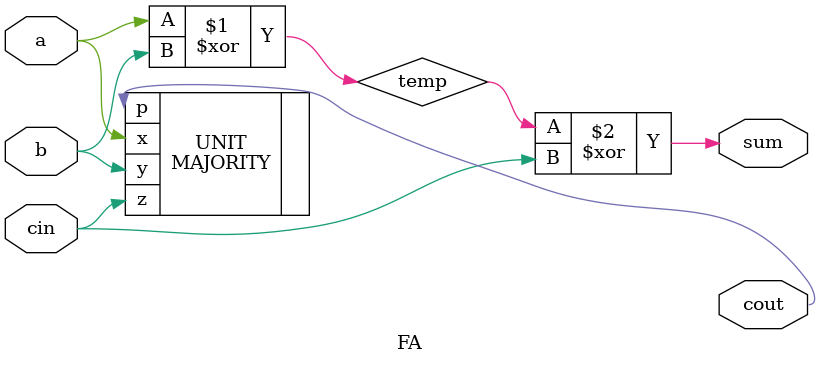
<source format=v>
`timescale 1ns / 1ps


module FA(
    input a,
    input b,
    input cin,
    output sum,
    output cout
    );
    wire temp;
    xor(temp,a,b);
    xor(sum,temp,cin);
    
    MAJORITY UNIT
    (
    .x(a),
    .y(b),
    .z(cin),
    .p(cout)
    );
    
    
    
    
    
endmodule

</source>
